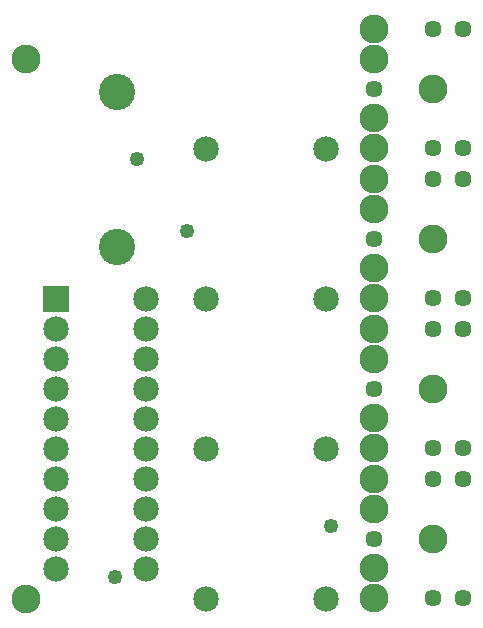
<source format=gbs>
G04 MADE WITH FRITZING*
G04 WWW.FRITZING.ORG*
G04 DOUBLE SIDED*
G04 HOLES PLATED*
G04 CONTOUR ON CENTER OF CONTOUR VECTOR*
%ASAXBY*%
%FSLAX23Y23*%
%MOIN*%
%OFA0B0*%
%SFA1.0B1.0*%
%ADD10C,0.049370*%
%ADD11C,0.085000*%
%ADD12C,0.121000*%
%ADD13C,0.096000*%
%ADD14C,0.057244*%
%ADD15C,0.096614*%
%ADD16R,0.085000X0.085000*%
%LNMASK0*%
G90*
G70*
G54D10*
X468Y1561D03*
X636Y1321D03*
X1116Y337D03*
X396Y169D03*
G54D11*
X198Y1096D03*
X498Y1096D03*
X198Y996D03*
X498Y996D03*
X198Y896D03*
X498Y896D03*
X198Y796D03*
X498Y796D03*
X198Y696D03*
X498Y696D03*
X198Y596D03*
X498Y596D03*
X198Y496D03*
X498Y496D03*
X198Y396D03*
X498Y396D03*
X198Y296D03*
X498Y296D03*
X198Y196D03*
X498Y196D03*
G54D12*
X403Y1269D03*
X403Y1786D03*
G54D13*
X1456Y1796D03*
X1259Y1697D03*
X1259Y1599D03*
X1259Y1894D03*
X1259Y1993D03*
G54D14*
X1456Y1599D03*
X1554Y1599D03*
X1554Y1993D03*
X1456Y1993D03*
X1259Y1796D03*
G54D13*
X1456Y1296D03*
X1259Y1197D03*
X1259Y1099D03*
X1259Y1394D03*
X1259Y1493D03*
G54D14*
X1456Y1099D03*
X1554Y1099D03*
X1554Y1493D03*
X1456Y1493D03*
X1259Y1296D03*
G54D13*
X1456Y796D03*
X1259Y697D03*
X1259Y599D03*
X1259Y894D03*
X1259Y993D03*
G54D14*
X1456Y599D03*
X1554Y599D03*
X1554Y993D03*
X1456Y993D03*
X1259Y796D03*
G54D13*
X1456Y296D03*
X1259Y197D03*
X1259Y99D03*
X1259Y394D03*
X1259Y493D03*
G54D14*
X1456Y99D03*
X1554Y99D03*
X1554Y493D03*
X1456Y493D03*
X1259Y296D03*
G54D11*
X698Y1596D03*
X1098Y1596D03*
X698Y1096D03*
X1098Y1096D03*
X698Y596D03*
X1098Y596D03*
X698Y96D03*
X1098Y96D03*
G54D15*
X98Y1896D03*
X98Y96D03*
G54D16*
X198Y1096D03*
G04 End of Mask0*
M02*
</source>
